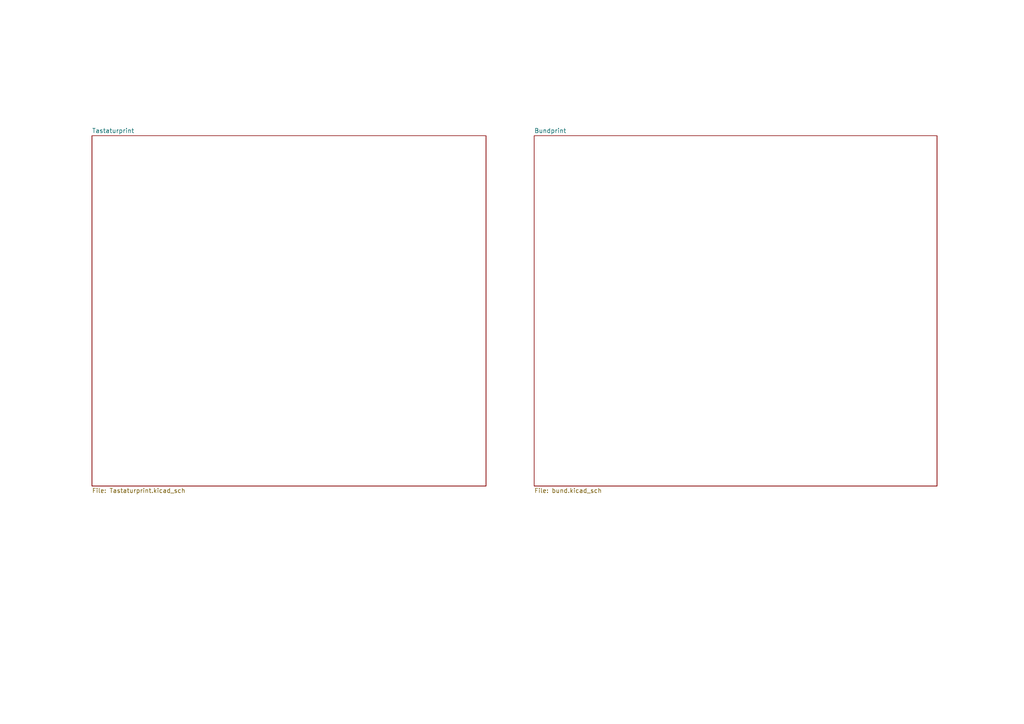
<source format=kicad_sch>
(kicad_sch (version 20211123) (generator eeschema)
  (paper "A4")
  (title_block (title "RC CPR-nummer validator"))
  (lib_symbols)
  (sheet (at 26.67 39.37) (size 114.3 101.6) (stroke (width 0.1524))
    (property "Sheet name" "Tastaturprint" (at 26.67 38.6584 0) (effects (justify left bottom)))
    (property "Sheet file" "Tastaturprint.kicad_sch" (at 26.67 141.5546 0) (effects (justify left top)))
  )
  (sheet (at 154.94 39.37) (size 116.84 101.6) (stroke (width 0.1524))
    (property "Sheet name" "Bundprint" (at 154.94 38.6584 0) (effects (justify left bottom)))
    (property "Sheet file" "bund.kicad_sch" (at 154.94 141.5546 0) (effects (justify left top)))
  )
)
</source>
